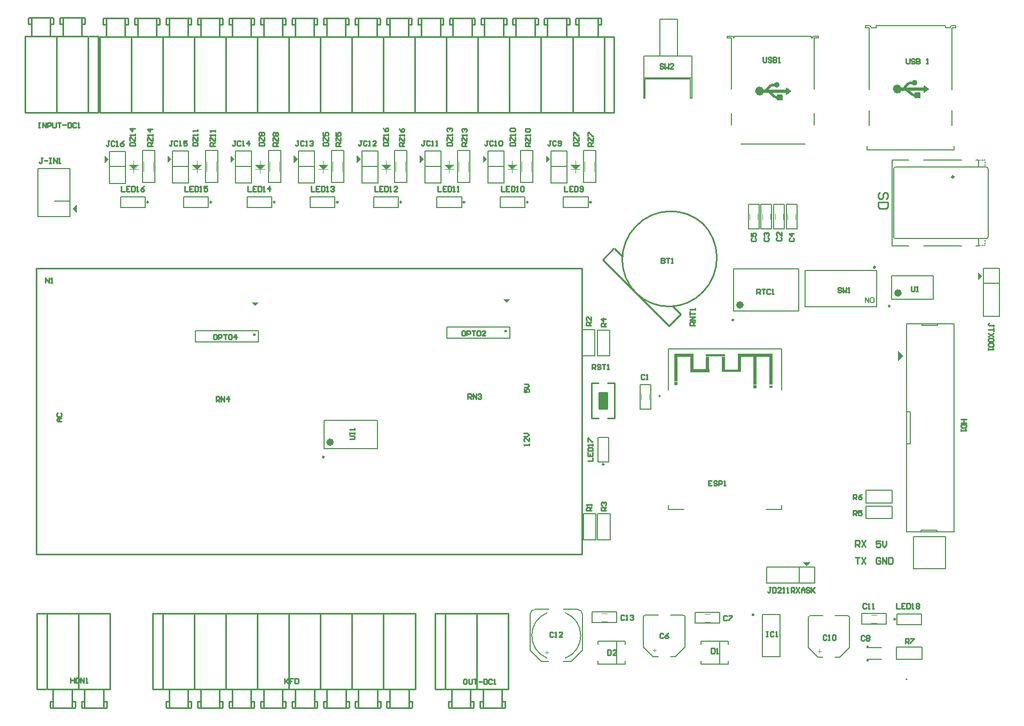
<source format=gto>
G04 Layer_Color=65535*
%FSTAX24Y24*%
%MOIN*%
G70*
G01*
G75*
%ADD41C,0.0100*%
%ADD42C,0.0200*%
%ADD45C,0.0197*%
%ADD67C,0.0236*%
%ADD68C,0.0098*%
%ADD69C,0.0350*%
%ADD70C,0.0150*%
%ADD71C,0.0079*%
%ADD72C,0.0080*%
%ADD73C,0.0059*%
%ADD74C,0.0126*%
%ADD75C,0.0050*%
%ADD76C,0.0070*%
%ADD77C,0.0040*%
%ADD78C,0.0060*%
%ADD79R,0.0500X0.1000*%
%ADD80R,0.0206X0.1760*%
%ADD81R,0.1185X0.0190*%
%ADD82R,0.0205X0.0960*%
%ADD83R,0.1184X0.0190*%
%ADD84R,0.0201X0.0960*%
%ADD85R,0.1185X0.0180*%
%ADD86R,0.0198X0.0960*%
%ADD87R,0.1188X0.0180*%
%ADD88R,0.0190X0.0960*%
%ADD89R,0.2160X0.0190*%
%ADD90R,0.0190X0.1960*%
%ADD91R,0.0190X0.0180*%
%ADD92R,0.0190X0.0190*%
%ADD93R,0.0205X0.0190*%
%ADD94R,0.0190X0.0570*%
G36*
X212906Y17995D02*
X212636Y18022D01*
Y18023D01*
X213186D01*
X212906Y17995D01*
D02*
G37*
G36*
X208967D02*
X208697Y18022D01*
Y18023D01*
X209247D01*
X208967Y17995D01*
D02*
G37*
G36*
X205029D02*
X204759Y18022D01*
Y18023D01*
X205309D01*
X205029Y17995D01*
D02*
G37*
G36*
X224721D02*
X224451Y18022D01*
Y18023D01*
X225001D01*
X224721Y17995D01*
D02*
G37*
G36*
X220783D02*
X220513Y18022D01*
Y18023D01*
X221063D01*
X220783Y17995D01*
D02*
G37*
G36*
X216844D02*
X216574Y18022D01*
Y18023D01*
X217124D01*
X216844Y17995D01*
D02*
G37*
G36*
X20109D02*
X20082Y18022D01*
Y18023D01*
X20137D01*
X20109Y17995D01*
D02*
G37*
G36*
X20867Y17141D02*
X20847Y17161D01*
X20887D01*
X20867Y17141D01*
D02*
G37*
G36*
X24915Y16828D02*
X2488Y16793D01*
Y16863D01*
X24915Y16828D01*
D02*
G37*
G36*
X2431Y15514D02*
X24285Y15539D01*
X24335D01*
X2431Y15514D01*
D02*
G37*
G36*
X19753Y17722D02*
X19728Y17747D01*
X19753Y17772D01*
Y17722D01*
D02*
G37*
G36*
X25407Y17326D02*
X25382Y17301D01*
Y17351D01*
X25407Y17326D01*
D02*
G37*
G36*
X22436Y17163D02*
X22416Y17183D01*
X22456D01*
X22436Y17163D01*
D02*
G37*
G36*
X24157Y184289D02*
X241275D01*
X241275Y184584D01*
X24157Y184584D01*
Y184289D01*
D02*
G37*
G36*
X22708Y18058D02*
X22683Y18033D01*
Y18083D01*
X22708Y18058D01*
D02*
G37*
G36*
X223141D02*
X222891Y18033D01*
Y18083D01*
X223141Y18058D01*
D02*
G37*
G36*
X250702Y18496D02*
X250426Y184763D01*
Y185157D01*
X250702Y18496D01*
D02*
G37*
G36*
X242102Y18483D02*
X241826Y184633D01*
Y185027D01*
X242102Y18483D01*
D02*
G37*
G36*
X25017Y184419D02*
X249875D01*
X249875Y184714D01*
X25017Y184714D01*
Y184419D01*
D02*
G37*
G36*
X219203Y18058D02*
X218953Y18033D01*
Y18083D01*
X219203Y18058D01*
D02*
G37*
G36*
X203449D02*
X203199Y18033D01*
Y18083D01*
X203449Y18058D01*
D02*
G37*
G36*
X19951Y18056D02*
X19926Y18031D01*
Y18081D01*
X19951Y18056D01*
D02*
G37*
G36*
X22866Y17995D02*
X22839Y18022D01*
Y18023D01*
X22894D01*
X22866Y17995D01*
D02*
G37*
G36*
X215264Y18058D02*
X215014Y18033D01*
Y18083D01*
X215264Y18058D01*
D02*
G37*
G36*
X211326D02*
X211076Y18033D01*
Y18083D01*
X211326Y18058D01*
D02*
G37*
G36*
X207387D02*
X207137Y18033D01*
Y18083D01*
X207387Y18058D01*
D02*
G37*
D41*
X22966Y17789D02*
G03*
X22966Y17789I-00005J0D01*
G01*
X236624Y172268D02*
G03*
X236568Y176611I-002199J002144D01*
G01*
X232476Y172184D02*
G03*
X236624Y172268I002032J002116D01*
G01*
X232448Y176388D02*
G03*
X232476Y172184I002116J-002088D01*
G01*
X236679Y176499D02*
G03*
X232448Y176388I-00206J-002171D01*
G01*
X202Y17789D02*
G03*
X202Y17789I-00005J0D01*
G01*
X205951D02*
G03*
X205951Y17789I-00005J0D01*
G01*
X209903D02*
G03*
X209903Y17789I-00005J0D01*
G01*
X213854D02*
G03*
X213854Y17789I-00005J0D01*
G01*
X217806D02*
G03*
X217806Y17789I-00005J0D01*
G01*
X221757D02*
G03*
X221757Y17789I-00005J0D01*
G01*
X225709D02*
G03*
X225709Y17789I-00005J0D01*
G01*
X24865Y15183D02*
G03*
X24865Y15183I-00005J0D01*
G01*
X23045Y16151D02*
G03*
X23045Y16151I-00005J0D01*
G01*
X207044Y146324D02*
X207083Y146284D01*
X208422D01*
X207044Y146324D02*
Y146678D01*
X208422Y146284D02*
X208579D01*
X208619Y146324D01*
Y146678D01*
X207044D02*
X207201D01*
X208422D02*
X208619D01*
X208422Y146284D02*
Y147453D01*
X207241Y146284D02*
X208422D01*
X207241D02*
Y147453D01*
X206847D02*
X208816D01*
X208816Y15219D01*
X206847Y147453D02*
Y15219D01*
Y147503D02*
Y15219D01*
X208816D01*
X204879D02*
X206847D01*
X204879Y147503D02*
X204879Y15219D01*
X20228D02*
X204879D01*
X204879Y147453D02*
X204879Y15219D01*
X206847Y147453D02*
Y15219D01*
X204879Y147453D02*
X206847D01*
X205272Y146284D02*
Y147453D01*
Y146284D02*
X206453Y146284D01*
Y147453D01*
X206453Y146678D02*
X20665D01*
X205075Y146678D02*
X205233Y146678D01*
X20665Y146324D02*
Y146678D01*
X206611Y146284D02*
X20665Y146324D01*
X206453Y146284D02*
X206611Y146284D01*
X205075Y146324D02*
Y146678D01*
X205115Y146284D02*
X206453Y146284D01*
X205075Y146324D02*
X205115Y146284D01*
X203107Y146324D02*
X203146Y146284D01*
X204485D01*
X203107Y146324D02*
Y146678D01*
X204485Y146284D02*
X204642D01*
X204682Y146324D01*
Y146678D01*
X203107Y146678D02*
X203264D01*
X204485D02*
X204682Y146678D01*
X20228Y147466D02*
X202293Y147453D01*
X20228Y147466D02*
X20228Y15219D01*
X204485Y146284D02*
Y147453D01*
X203304Y146284D02*
X204485D01*
X203304D02*
Y147453D01*
X202293D02*
X20286D01*
X20291D02*
X204879D01*
X20291Y147503D02*
Y15219D01*
X208816Y147453D02*
X208816Y15219D01*
X210784D01*
X208816Y147503D02*
X208816Y15219D01*
X208816Y147453D02*
X208816Y15219D01*
X210784Y147453D02*
Y15219D01*
X208816Y147453D02*
X210784D01*
X209209Y146284D02*
Y147453D01*
Y146284D02*
X21039Y146284D01*
Y147453D01*
Y146678D02*
X210587Y146678D01*
X209012Y146678D02*
X20917Y146678D01*
X210587Y146324D02*
Y146678D01*
X210548Y146284D02*
X210587Y146324D01*
X21039Y146284D02*
X210548Y146284D01*
X209012Y146324D02*
Y146678D01*
X209052Y146284D02*
X21039Y146284D01*
X209012Y146324D02*
X209052Y146284D01*
X216886Y146324D02*
X216926Y146284D01*
X218264D01*
X216886Y146324D02*
Y146678D01*
X218264Y146284D02*
X218422D01*
X218461Y146324D01*
Y146678D01*
X216886D02*
X217044Y146678D01*
X218264Y146678D02*
X218461D01*
X218264Y146284D02*
Y147453D01*
X217083Y146284D02*
X218264Y146284D01*
X217083Y146284D02*
Y147453D01*
X21669D02*
X218658D01*
Y15219D01*
X21669Y147453D02*
Y15219D01*
Y147503D02*
Y15219D01*
X218658D01*
X21669Y147453D02*
Y15219D01*
X210784D02*
X210784Y147503D01*
X210784Y147453D02*
X212753D01*
X211178Y146284D02*
Y147453D01*
Y146284D02*
X212359D01*
Y147453D01*
Y146678D02*
X212556D01*
X210981D02*
X211138D01*
X212556Y146324D02*
Y146678D01*
X212516Y146284D02*
X212556Y146324D01*
X212359Y146284D02*
X212516D01*
X210981Y146324D02*
Y146678D01*
X21102Y146284D02*
X212359D01*
X210981Y146324D02*
X21102Y146284D01*
X212949Y146324D02*
X212989Y146284D01*
X214327D01*
X212949Y146324D02*
Y146678D01*
X214327Y146284D02*
X214485D01*
X214524Y146324D01*
Y146678D01*
X212949D02*
X213107Y146678D01*
X214327D02*
X214524Y146678D01*
X214327Y146284D02*
Y147453D01*
X213146Y146284D02*
X214327Y146284D01*
X213146Y146284D02*
Y147453D01*
X212753D02*
X214721D01*
Y15219D01*
X212753Y147453D02*
X212753Y15219D01*
X212753Y147503D02*
X212753Y15219D01*
X214721D01*
X21669D01*
X214721Y147503D02*
Y15219D01*
Y147453D02*
Y15219D01*
X21669Y147453D02*
Y15219D01*
X214721Y147453D02*
X21669D01*
X215115Y146284D02*
Y147453D01*
Y146284D02*
X216296D01*
Y147453D01*
Y146678D02*
X216493D01*
X214918D02*
X215075D01*
X216493Y146324D02*
Y146678D01*
X216453Y146284D02*
X216493Y146324D01*
X216296Y146284D02*
X216453D01*
X214918Y146324D02*
Y146678D01*
X214957Y146284D02*
X216296D01*
X214918Y146324D02*
X214957Y146284D01*
X210784Y15219D02*
X212753D01*
X23067Y1666D02*
X23112D01*
X22966D02*
X23011D01*
X22966Y16438D02*
Y1666D01*
X23112Y16438D02*
Y1666D01*
X23064Y16499D02*
Y16599D01*
X23014Y16499D02*
X23064D01*
X23014D02*
Y16599D01*
X23064D01*
X23067Y16438D02*
X23112D01*
X22966D02*
X23011D01*
X204869Y18348D02*
X206838D01*
X202665Y189386D02*
X202704Y189346D01*
X201326Y189386D02*
X202665D01*
X202704Y188992D02*
Y189346D01*
X201169Y189386D02*
X201326D01*
X201129Y189346D02*
X201169Y189386D01*
X201129Y188992D02*
Y189346D01*
X202547Y188992D02*
X202704Y188992D01*
X201129D02*
X201326Y188992D01*
Y188217D02*
Y189386D01*
X202507Y189386D01*
Y188217D02*
Y189386D01*
X200932Y188217D02*
X202901D01*
X200932Y18348D02*
Y188217D01*
X202901Y18348D02*
Y188217D01*
Y18348D02*
Y188167D01*
X200932Y18348D02*
X202901D01*
X204869D01*
X204869Y188167D02*
X204869Y18348D01*
Y188217D01*
X202901Y18348D02*
Y188217D01*
X204869D01*
X204476D02*
Y189386D01*
X203295D02*
X204476D01*
X203295Y188217D02*
Y189386D01*
X203098Y188992D02*
X203295D01*
X204515D02*
X204673D01*
X203098D02*
Y189346D01*
X203137Y189386D01*
X203295D01*
X204673Y188992D02*
Y189346D01*
X203295Y189386D02*
X204633D01*
X204673Y189346D01*
X206602Y189386D02*
X206641Y189346D01*
X205263Y189386D02*
X206602D01*
X206641Y188992D02*
Y189346D01*
X205106Y189386D02*
X205263D01*
X205066Y189346D02*
X205106Y189386D01*
X205066Y188992D02*
Y189346D01*
X206484Y188992D02*
X206641Y188992D01*
X205066D02*
X205263Y188992D01*
Y188217D02*
Y189386D01*
X206444Y189386D01*
Y188217D02*
Y189386D01*
X204869Y188217D02*
X206838D01*
X206838Y18348D02*
X206838Y188167D01*
X200932Y18348D02*
Y188217D01*
X198964Y18348D02*
X200932D01*
Y188167D01*
Y18348D02*
Y188217D01*
X198964Y18348D02*
Y188217D01*
X200932D01*
X200539D02*
Y189386D01*
X199358D02*
X200539D01*
X199358Y188217D02*
Y189386D01*
X199161Y188992D02*
X199358D01*
X200578D02*
X200736D01*
X199161D02*
Y189346D01*
X1992Y189386D01*
X199358D01*
X200736Y188992D02*
Y189346D01*
X199358Y189386D02*
X200696D01*
X200736Y189346D01*
X206838Y18348D02*
X206838Y188217D01*
X206838Y18348D02*
Y188217D01*
X220617Y18348D02*
X222586D01*
X218413Y189386D02*
X218452Y189346D01*
X217074Y189386D02*
X218413D01*
X218452Y188992D02*
Y189346D01*
X216917Y189386D02*
X217074D01*
X216877Y189346D02*
X216917Y189386D01*
X216877Y188992D02*
Y189346D01*
X218295Y188992D02*
X218452D01*
X216877D02*
X217074D01*
Y188217D02*
Y189386D01*
X218255D01*
Y188217D02*
Y189386D01*
X21668Y188217D02*
X218649D01*
X21668Y18348D02*
Y188217D01*
X218649Y18348D02*
Y188217D01*
Y18348D02*
Y188167D01*
X21668Y18348D02*
X218649D01*
X220617D01*
X220617Y188167D01*
X220617Y18348D02*
X220617Y188217D01*
X218649Y18348D02*
Y188217D01*
X220617D01*
X220224D02*
Y189386D01*
X219043Y189386D02*
X220224Y189386D01*
X219043Y188217D02*
Y189386D01*
X218846Y188992D02*
X219043Y188992D01*
X220263D02*
X220421Y188992D01*
X218846D02*
Y189346D01*
X218885Y189386D01*
X219043D01*
X220421Y188992D02*
Y189346D01*
X219043Y189386D02*
X220381D01*
X220421Y189346D01*
X22235Y189386D02*
X222389Y189346D01*
X221011Y189386D02*
X22235D01*
X222389Y188992D02*
Y189346D01*
X220854Y189386D02*
X221011D01*
X220814Y189346D02*
X220854Y189386D01*
X220814Y188992D02*
Y189346D01*
X222232Y188992D02*
X222389D01*
X220814D02*
X221011D01*
Y188217D02*
Y189386D01*
X222192D01*
Y188217D02*
Y189386D01*
X220617Y188217D02*
X222586D01*
X222586Y188167D02*
X222586Y18348D01*
X21668D02*
Y188217D01*
X214712Y18348D02*
X21668D01*
Y188167D01*
Y18348D02*
Y188217D01*
X214712Y18348D02*
Y188217D01*
X21668D01*
X216287D02*
Y189386D01*
X215106Y189386D02*
X216287Y189386D01*
X215106Y188217D02*
Y189386D01*
X214909Y188992D02*
X215106D01*
X216326Y188992D02*
X216484Y188992D01*
X214909D02*
Y189346D01*
X214948Y189386D01*
X215106D01*
X216484Y188992D02*
Y189346D01*
X215106Y189386D02*
X216444D01*
X216484Y189346D01*
X224318Y189386D02*
X224358Y189346D01*
X22298Y189386D02*
X224318Y189386D01*
X224358Y188992D02*
Y189346D01*
X222822Y189386D02*
X22298Y189386D01*
X222783Y189346D02*
X222822Y189386D01*
X222783Y188992D02*
Y189346D01*
X2242Y188992D02*
X224358Y188992D01*
X222783Y188992D02*
X22298Y188992D01*
Y188217D02*
Y189386D01*
X224161Y189386D01*
Y188217D02*
Y189386D01*
X222586Y188217D02*
X224554D01*
X222586Y18348D02*
Y188217D01*
X224554Y18348D02*
X224554Y188217D01*
X224554Y18348D02*
X224554Y188167D01*
X222586Y18348D02*
X224554D01*
X224554Y188217D01*
X23046Y18348D02*
Y188167D01*
X228491Y188217D02*
X23046D01*
X23051D02*
X231077D01*
X230066D02*
Y189386D01*
X228885D02*
X230066D01*
X228885Y188217D02*
Y189386D01*
X23109Y18348D02*
X23109Y188204D01*
X231077Y188217D02*
X23109Y188204D01*
X228688Y188992D02*
X228885Y188992D01*
X230106D02*
X230263D01*
X228688Y188992D02*
Y189346D01*
X228728Y189386D01*
X228885D01*
X230263Y188992D02*
Y189346D01*
X228885Y189386D02*
X230224D01*
X230263Y189346D01*
X228255Y189386D02*
X228295Y189346D01*
X226917Y189386D02*
X228255Y189386D01*
X228295Y188992D02*
Y189346D01*
X226759Y189386D02*
X226917Y189386D01*
X22672Y189346D02*
X226759Y189386D01*
X22672Y188992D02*
Y189346D01*
X228137Y188992D02*
X228295Y188992D01*
X22672Y188992D02*
X226917D01*
X226917Y188217D02*
Y189386D01*
X228098Y189386D01*
Y188217D02*
Y189386D01*
X226523Y188217D02*
X228491D01*
X226523Y18348D02*
Y188217D01*
X228491Y18348D02*
X228491Y188217D01*
X228491Y18348D02*
X23109D01*
X228491D02*
X228491Y188167D01*
X226523Y18348D02*
X228491D01*
X224554D02*
X226523D01*
Y188167D01*
Y18348D02*
Y188217D01*
X224554Y18348D02*
X224554Y188217D01*
X226523D01*
X226129D02*
Y189386D01*
X224948D02*
X226129D01*
X224948Y188217D02*
Y189386D01*
X224751Y188992D02*
X224948D01*
X226169D02*
X226326D01*
X224751D02*
Y189346D01*
X224791Y189386D01*
X224948D01*
X226326Y188992D02*
Y189346D01*
X224948Y189386D02*
X226287D01*
X226326Y189346D01*
X214712Y18348D02*
X214712Y188217D01*
X20857Y189386D02*
X20861Y189346D01*
X207232Y189386D02*
X20857D01*
X20861Y188992D02*
Y189346D01*
X207074Y189386D02*
X207232D01*
X207035Y189346D02*
X207074Y189386D01*
X207035Y188992D02*
Y189346D01*
X208452Y188992D02*
X20861D01*
X207035D02*
X207232D01*
Y188217D02*
Y189386D01*
X208413D01*
Y188217D02*
Y189386D01*
X206838Y188217D02*
X208806D01*
X206838Y18348D02*
X206838Y188217D01*
X208806Y18348D02*
Y188217D01*
X208806Y188167D02*
X208806Y18348D01*
X206838D02*
X208806D01*
Y188217D01*
X214712Y18348D02*
X214712Y188167D01*
X212743Y188217D02*
X214712D01*
X214318D02*
Y189386D01*
X213137Y189386D02*
X214318Y189386D01*
X213137Y188217D02*
Y189386D01*
X21294Y188992D02*
X213137D01*
X214358D02*
X214515Y188992D01*
X21294Y188992D02*
Y189346D01*
X21298Y189386D01*
X213137Y189386D01*
X214515Y188992D02*
Y189346D01*
X213137Y189386D02*
X214476Y189386D01*
X214515Y189346D01*
X212507Y189386D02*
X212547Y189346D01*
X211169Y189386D02*
X212507D01*
X212547Y188992D02*
Y189346D01*
X211011Y189386D02*
X211169D01*
X210972Y189346D02*
X211011Y189386D01*
X210972Y188992D02*
Y189346D01*
X212389Y188992D02*
X212547D01*
X210972D02*
X211169D01*
Y188217D02*
Y189386D01*
X21235D01*
Y188217D02*
Y189386D01*
X210775Y188217D02*
X212743D01*
X210775Y18348D02*
X210775Y188217D01*
X212743Y18348D02*
Y188217D01*
Y18348D02*
Y188167D01*
X210775Y18348D02*
X212743D01*
X208806D02*
X210775D01*
X210775Y188167D01*
X210775Y18348D02*
X210775Y188217D01*
X208806Y18348D02*
Y188217D01*
X210775D01*
X210381D02*
Y189386D01*
X2092Y189386D02*
X210381Y189386D01*
X2092Y188217D02*
Y189386D01*
X209003Y188992D02*
X2092Y188992D01*
X210421Y188992D02*
X210578Y188992D01*
X209003Y188992D02*
Y189346D01*
X209043Y189386D01*
X2092Y189386D01*
X210578Y188992D02*
Y189346D01*
X2092Y189386D02*
X210539Y189386D01*
X210578Y189346D01*
X212743Y18348D02*
X214712D01*
X197629Y15219D02*
X199597D01*
X197628Y147503D02*
X197629Y15219D01*
X19503D02*
X197629D01*
X197628Y147453D02*
X197629Y15219D01*
X199597Y147453D02*
Y15219D01*
X197628Y147453D02*
X199597D01*
X198022Y146284D02*
Y147453D01*
Y146284D02*
X199203Y146284D01*
Y147453D01*
X199203Y146678D02*
X1994D01*
X197825Y146678D02*
X197983Y146678D01*
X1994Y146324D02*
Y146678D01*
X199361Y146284D02*
X1994Y146324D01*
X199203Y146284D02*
X199361Y146284D01*
X197825Y146324D02*
Y146678D01*
X197865Y146284D02*
X199203Y146284D01*
X197825Y146324D02*
X197865Y146284D01*
X195857Y146324D02*
X195896Y146284D01*
X197235D01*
X195857Y146324D02*
Y146678D01*
X197235Y146284D02*
X197392D01*
X197432Y146324D01*
Y146678D01*
X195857Y146678D02*
X196014D01*
X197235D02*
X197432Y146678D01*
X19503Y147466D02*
X195043Y147453D01*
X19503Y147466D02*
X19503Y15219D01*
X197235Y146284D02*
Y147453D01*
X196054Y146284D02*
X197235D01*
X196054D02*
Y147453D01*
X195043D02*
X19561D01*
X19566D02*
X197628D01*
X19566Y147503D02*
Y15219D01*
X23036Y1743D02*
X231056Y174996D01*
X231112D02*
X231585Y174523D01*
X234731Y171377D02*
X235232Y170876D01*
X234508Y170152D02*
X235232Y170876D01*
X234536Y17018D02*
X235204Y170848D01*
X234508Y170152D02*
X234564Y170208D01*
X23036Y1743D02*
X234508Y170152D01*
X24931Y14808D02*
X24933Y1481D01*
X194313Y1835D02*
X196282D01*
X196282Y188187D01*
X196282Y1835D02*
X19888D01*
X196282D02*
X196282Y188237D01*
X194313Y1835D02*
Y188237D01*
X196282D01*
X195888D02*
Y189406D01*
X194707Y189406D02*
X195888Y189406D01*
X194707Y188237D02*
Y189406D01*
X19451Y189012D02*
X194707D01*
X195927D02*
X196085Y189012D01*
X19451Y189012D02*
Y189366D01*
X194549Y189406D01*
X194707Y189406D01*
X196085Y189012D02*
Y189366D01*
X194707Y189406D02*
X196045Y189406D01*
X196085Y189366D01*
X198014Y189406D02*
X198053Y189366D01*
X196675Y189406D02*
X198014D01*
X198053Y189012D02*
Y189366D01*
X196518Y189406D02*
X196675D01*
X196478Y189366D02*
X196518Y189406D01*
X196478Y189012D02*
Y189366D01*
X197896Y189012D02*
X198053D01*
X196478Y189012D02*
X196675Y189012D01*
X198867Y188237D02*
X19888Y188224D01*
X19888Y1835D02*
X19888Y188224D01*
X196675Y188237D02*
Y189406D01*
X197856D01*
Y188237D02*
Y189406D01*
X1983Y188237D02*
X198867D01*
X196282D02*
X19825D01*
Y1835D02*
Y188187D01*
X222509Y15219D02*
X224477D01*
X222509Y147503D02*
Y15219D01*
X21991D02*
X222509D01*
Y147453D02*
Y15219D01*
X224477Y147453D02*
Y15219D01*
X222509Y147453D02*
X224477D01*
X222902Y146284D02*
Y147453D01*
Y146284D02*
X224083D01*
Y147453D01*
Y146678D02*
X22428D01*
X222705D02*
X222863D01*
X22428Y146324D02*
Y146678D01*
X224241Y146284D02*
X22428Y146324D01*
X224083Y146284D02*
X224241D01*
X222705Y146324D02*
Y146678D01*
X222745Y146284D02*
X224083D01*
X222705Y146324D02*
X222745Y146284D01*
X220737Y146324D02*
X220776Y146284D01*
X222115D01*
X220737Y146324D02*
Y146678D01*
X222115Y146284D02*
X222272D01*
X222312Y146324D01*
Y146678D01*
X220737D02*
X220894D01*
X222115D02*
X222312D01*
X21991Y147466D02*
X219923Y147453D01*
X21991Y147466D02*
Y15219D01*
X222115Y146284D02*
Y147453D01*
X220934Y146284D02*
X222115D01*
X220934D02*
Y147453D01*
X219923D02*
X22049D01*
X22054D02*
X222509D01*
X22054Y147503D02*
Y15219D01*
X19501Y173754D02*
X229065D01*
Y15588D02*
Y173754D01*
X19501Y15588D02*
X229065D01*
X19501D02*
Y173754D01*
X253065Y16431D02*
X25275D01*
X252907D01*
Y1641D01*
X253065D01*
X25275D01*
X253065Y163995D02*
X25275D01*
Y163838D01*
X252802Y163785D01*
X253012D01*
X253065Y163838D01*
Y163995D01*
X25275Y16368D02*
Y163575D01*
Y163628D01*
X253065D01*
X253012Y16368D01*
X23402Y174395D02*
Y17408D01*
X234177D01*
X23423Y174132D01*
Y174185D01*
X234177Y174237D01*
X23402D01*
X234177D01*
X23423Y17429D01*
Y174342D01*
X234177Y174395D01*
X23402D01*
X234335D02*
X234545D01*
X23444D01*
Y17408D01*
X23465D02*
X234755D01*
X234702D01*
Y174395D01*
X23465Y174342D01*
X23298Y167072D02*
X232927Y167125D01*
X232822D01*
X23277Y167072D01*
Y166862D01*
X232822Y16681D01*
X232927D01*
X23298Y166862D01*
X233085Y16681D02*
X23319D01*
X233137D01*
Y167125D01*
X233085Y167072D01*
X241268Y17569D02*
X241215Y175637D01*
Y175532D01*
X241268Y17548D01*
X241478D01*
X24153Y175532D01*
Y175637D01*
X241478Y17569D01*
X24153Y176005D02*
Y175795D01*
X24132Y176005D01*
X241268D01*
X241215Y175952D01*
Y175847D01*
X241268Y175795D01*
X240478Y17567D02*
X240425Y175617D01*
Y175512D01*
X240478Y17546D01*
X240688D01*
X24074Y175512D01*
Y175617D01*
X240688Y17567D01*
X240478Y175775D02*
X240425Y175827D01*
Y175932D01*
X240478Y175985D01*
X24053D01*
X240583Y175932D01*
Y17588D01*
Y175932D01*
X240635Y175985D01*
X240688D01*
X24074Y175932D01*
Y175827D01*
X240688Y175775D01*
X242058Y17565D02*
X242005Y175597D01*
Y175492D01*
X242058Y17544D01*
X242268D01*
X24232Y175492D01*
Y175597D01*
X242268Y17565D01*
X24232Y175912D02*
X242005D01*
X242163Y175755D01*
Y175965D01*
X239678Y17565D02*
X239625Y175597D01*
Y175492D01*
X239678Y17544D01*
X239888D01*
X23994Y175492D01*
Y175597D01*
X239888Y17565D01*
X239625Y175965D02*
Y175755D01*
X239783D01*
X23973Y17586D01*
Y175912D01*
X239783Y175965D01*
X239888D01*
X23994Y175912D01*
Y175807D01*
X239888Y175755D01*
X22727Y150972D02*
X227217Y151025D01*
X227112D01*
X22706Y150972D01*
Y150762D01*
X227112Y15071D01*
X227217D01*
X22727Y150762D01*
X227375Y15071D02*
X22748D01*
X227427D01*
Y151025D01*
X227375Y150972D01*
X227847Y15071D02*
X227637D01*
X227847Y15092D01*
Y150972D01*
X227795Y151025D01*
X22769D01*
X227637Y150972D01*
X23171Y152042D02*
X231657Y152095D01*
X231552D01*
X2315Y152042D01*
Y151832D01*
X231552Y15178D01*
X231657D01*
X23171Y151832D01*
X231815Y15178D02*
X23192D01*
X231867D01*
Y152095D01*
X231815Y152042D01*
X232077D02*
X23213Y152095D01*
X232235D01*
X232287Y152042D01*
Y15199D01*
X232235Y151937D01*
X232182D01*
X232235D01*
X232287Y151885D01*
Y151832D01*
X232235Y15178D01*
X23213D01*
X232077Y151832D01*
X24671Y150752D02*
X246657Y150805D01*
X246552D01*
X2465Y150752D01*
Y150542D01*
X246552Y15049D01*
X246657D01*
X24671Y150542D01*
X246815Y150752D02*
X246867Y150805D01*
X246972D01*
X247025Y150752D01*
Y1507D01*
X246972Y150647D01*
X247025Y150595D01*
Y150542D01*
X246972Y15049D01*
X246867D01*
X246815Y150542D01*
Y150595D01*
X246867Y150647D01*
X246815Y1507D01*
Y150752D01*
X246867Y150647D02*
X246972D01*
X24434Y150792D02*
X244287Y150845D01*
X244182D01*
X24413Y150792D01*
Y150582D01*
X244182Y15053D01*
X244287D01*
X24434Y150582D01*
X244445Y15053D02*
X24455D01*
X244497D01*
Y150845D01*
X244445Y150792D01*
X244707D02*
X24476Y150845D01*
X244865D01*
X244917Y150792D01*
Y150582D01*
X244865Y15053D01*
X24476D01*
X244707Y150582D01*
Y150792D01*
X24683Y152762D02*
X246777Y152815D01*
X246672D01*
X24662Y152762D01*
Y152552D01*
X246672Y1525D01*
X246777D01*
X24683Y152552D01*
X246935Y1525D02*
X24704D01*
X246987D01*
Y152815D01*
X246935Y152762D01*
X247197Y1525D02*
X247302D01*
X24725D01*
Y152815D01*
X247197Y152762D01*
X23415Y150902D02*
X234097Y150955D01*
X233992D01*
X23394Y150902D01*
Y150692D01*
X233992Y15064D01*
X234097D01*
X23415Y150692D01*
X234465Y150955D02*
X23436Y150902D01*
X234255Y150797D01*
Y150692D01*
X234307Y15064D01*
X234412D01*
X234465Y150692D01*
Y150745D01*
X234412Y150797D01*
X234255D01*
X23813Y152012D02*
X238077Y152065D01*
X237972D01*
X23792Y152012D01*
Y151802D01*
X237972Y15175D01*
X238077D01*
X23813Y151802D01*
X238235Y152065D02*
X238445D01*
Y152012D01*
X238235Y151802D01*
Y15175D01*
X23068Y149915D02*
Y1496D01*
X230837D01*
X23089Y149652D01*
Y149862D01*
X230837Y149915D01*
X23068D01*
X231205Y1496D02*
X230995D01*
X231205Y14981D01*
Y149862D01*
X231152Y149915D01*
X231047D01*
X230995Y149862D01*
X23715Y150005D02*
Y14969D01*
X237307D01*
X23736Y149742D01*
Y149952D01*
X237307Y150005D01*
X23715D01*
X237465Y14969D02*
X23757D01*
X237517D01*
Y150005D01*
X237465Y149952D01*
X228548Y18142D02*
X228863D01*
Y181577D01*
X228811Y18163D01*
X228601D01*
X228548Y181577D01*
Y18142D01*
Y181735D02*
Y181945D01*
X228601D01*
X228811Y181735D01*
X228863D01*
Y181945D01*
X228548Y18205D02*
Y18226D01*
X228601D01*
X228811Y18205D01*
X228863D01*
X224577Y18142D02*
X224891D01*
Y181577D01*
X224839Y18163D01*
X224629D01*
X224577Y181577D01*
Y18142D01*
Y181735D02*
Y181945D01*
X224629D01*
X224839Y181735D01*
X224891D01*
Y181945D01*
Y18205D02*
Y182155D01*
Y182102D01*
X224577D01*
X224629Y18205D01*
Y182312D02*
X224577Y182365D01*
Y18247D01*
X224629Y182522D01*
X224839D01*
X224891Y18247D01*
Y182365D01*
X224839Y182312D01*
X224629D01*
X220645Y18142D02*
X22096D01*
Y181577D01*
X220907Y18163D01*
X220697D01*
X220645Y181577D01*
Y18142D01*
Y181735D02*
Y181945D01*
X220697D01*
X220907Y181735D01*
X22096D01*
Y181945D01*
Y18205D02*
Y182155D01*
Y182102D01*
X220645D01*
X220697Y18205D01*
Y182312D02*
X220645Y182365D01*
Y18247D01*
X220697Y182522D01*
X22075D01*
X220802Y18247D01*
Y182417D01*
Y18247D01*
X220855Y182522D01*
X220907D01*
X22096Y18247D01*
Y182365D01*
X220907Y182312D01*
X216663Y18142D02*
X216978D01*
Y181577D01*
X216925Y18163D01*
X216715D01*
X216663Y181577D01*
Y18142D01*
Y181735D02*
Y181945D01*
X216715D01*
X216925Y181735D01*
X216978D01*
Y181945D01*
Y18205D02*
Y182155D01*
Y182102D01*
X216663D01*
X216715Y18205D01*
X216663Y182522D02*
X216715Y182417D01*
X21682Y182312D01*
X216925D01*
X216978Y182365D01*
Y18247D01*
X216925Y182522D01*
X216873D01*
X21682Y18247D01*
Y182312D01*
X212921Y18142D02*
X213236D01*
Y181577D01*
X213183Y18163D01*
X212973D01*
X212921Y181577D01*
Y18142D01*
Y181735D02*
Y181945D01*
X212973D01*
X213183Y181735D01*
X213236D01*
Y181945D01*
X212921Y18226D02*
Y18205D01*
X213078D01*
X213026Y182155D01*
Y182207D01*
X213078Y18226D01*
X213183D01*
X213236Y182207D01*
Y182102D01*
X213183Y18205D01*
X208919Y18142D02*
X209234D01*
Y181577D01*
X209181Y18163D01*
X208971D01*
X208919Y181577D01*
Y18142D01*
Y181735D02*
Y181945D01*
X208971D01*
X209181Y181735D01*
X209234D01*
Y181945D01*
X208971Y18205D02*
X208919Y182102D01*
Y182207D01*
X208971Y18226D01*
X209024D01*
X209076Y182207D01*
X209129Y18226D01*
X209181D01*
X209234Y182207D01*
Y182102D01*
X209181Y18205D01*
X209129D01*
X209076Y182102D01*
X209024Y18205D01*
X208971D01*
X209076Y182102D02*
Y182207D01*
X204767Y18142D02*
X205082D01*
Y181577D01*
X205029Y18163D01*
X20482D01*
X204767Y181577D01*
Y18142D01*
Y181735D02*
Y181945D01*
X20482D01*
X205029Y181735D01*
X205082D01*
Y181945D01*
Y18205D02*
Y182155D01*
Y182102D01*
X204767D01*
X20482Y18205D01*
X205082Y182312D02*
Y182417D01*
Y182365D01*
X204767D01*
X20482Y182312D01*
X200845Y18142D02*
X20116D01*
Y181577D01*
X201108Y18163D01*
X200898D01*
X200845Y181577D01*
Y18142D01*
Y181735D02*
Y181945D01*
X200898D01*
X201108Y181735D01*
X20116D01*
Y181945D01*
Y18205D02*
Y182155D01*
Y182102D01*
X200845D01*
X200898Y18205D01*
X20116Y18247D02*
X200845D01*
X201003Y182312D01*
Y182522D01*
X23719Y160485D02*
X23698D01*
Y16017D01*
X23719D01*
X23698Y160327D02*
X237085D01*
X237505Y160432D02*
X237452Y160485D01*
X237347D01*
X237295Y160432D01*
Y16038D01*
X237347Y160327D01*
X237452D01*
X237505Y160275D01*
Y160222D01*
X237452Y16017D01*
X237347D01*
X237295Y160222D01*
X23761Y16017D02*
Y160485D01*
X237767D01*
X23782Y160432D01*
Y160327D01*
X237767Y160275D01*
X23761D01*
X237925Y16017D02*
X23803D01*
X237977D01*
Y160485D01*
X237925Y160432D01*
X19715Y148165D02*
Y14785D01*
Y148007D01*
X19736D01*
Y148165D01*
Y14785D01*
X197465Y148165D02*
Y14785D01*
X197622D01*
X197675Y147902D01*
Y148112D01*
X197622Y148165D01*
X197465D01*
X19778Y14785D02*
Y148165D01*
X19799Y14785D01*
Y148165D01*
X198095Y14785D02*
X1982D01*
X198147D01*
Y148165D01*
X198095Y148112D01*
X24058Y151065D02*
X240685D01*
X240632D01*
Y15075D01*
X24058D01*
X240685D01*
X241052Y151012D02*
X241Y151065D01*
X240895D01*
X240842Y151012D01*
Y150802D01*
X240895Y15075D01*
X241D01*
X241052Y150802D01*
X241157Y15075D02*
X241262D01*
X24121D01*
Y151065D01*
X241157Y151012D01*
X19513Y182865D02*
X195235D01*
X195182D01*
Y18255D01*
X19513D01*
X195235D01*
X195392D02*
Y182865D01*
X195602Y18255D01*
Y182865D01*
X195707Y18255D02*
Y182865D01*
X195865D01*
X195917Y182812D01*
Y182707D01*
X195865Y182655D01*
X195707D01*
X196022Y182865D02*
Y182602D01*
X196075Y18255D01*
X19618D01*
X196232Y182602D01*
Y182865D01*
X196337D02*
X196547D01*
X196442D01*
Y18255D01*
X196652Y182707D02*
X196862D01*
X196967Y182865D02*
Y18255D01*
X197124D01*
X197177Y182602D01*
Y182812D01*
X197124Y182865D01*
X196967D01*
X197491Y182812D02*
X197439Y182865D01*
X197334D01*
X197282Y182812D01*
Y182602D01*
X197334Y18255D01*
X197439D01*
X197491Y182602D01*
X197596Y18255D02*
X197701D01*
X197649D01*
Y182865D01*
X197596Y182812D01*
X1954Y180645D02*
X195295D01*
X195347D01*
Y180382D01*
X195295Y18033D01*
X195242D01*
X19519Y180382D01*
X195505Y180487D02*
X195715D01*
X19582Y180645D02*
X195925D01*
X195872D01*
Y18033D01*
X19582D01*
X195925D01*
X196082D02*
Y180645D01*
X196292Y18033D01*
Y180645D01*
X196397Y18033D02*
X196502D01*
X196449D01*
Y180645D01*
X196397Y180592D01*
X22798Y178875D02*
Y17856D01*
X22819D01*
X228505Y178875D02*
X228295D01*
Y17856D01*
X228505D01*
X228295Y178717D02*
X2284D01*
X22861Y178875D02*
Y17856D01*
X228767D01*
X22882Y178612D01*
Y178822D01*
X228767Y178875D01*
X22861D01*
X228925Y178612D02*
X228977Y17856D01*
X229082D01*
X229134Y178612D01*
Y178822D01*
X229082Y178875D01*
X228977D01*
X228925Y178822D01*
Y17877D01*
X228977Y178717D01*
X229134D01*
X224029Y178875D02*
Y17856D01*
X224238D01*
X224553Y178875D02*
X224343D01*
Y17856D01*
X224553D01*
X224343Y178717D02*
X224448D01*
X224658Y178875D02*
Y17856D01*
X224816D01*
X224868Y178612D01*
Y178822D01*
X224816Y178875D01*
X224658D01*
X224973Y17856D02*
X225078D01*
X225026D01*
Y178875D01*
X224973Y178822D01*
X225236D02*
X225288Y178875D01*
X225393D01*
X225445Y178822D01*
Y178612D01*
X225393Y17856D01*
X225288D01*
X225236Y178612D01*
Y178822D01*
X220077Y178875D02*
Y17856D01*
X220287D01*
X220602Y178875D02*
X220392D01*
Y17856D01*
X220602D01*
X220392Y178717D02*
X220497D01*
X220707Y178875D02*
Y17856D01*
X220864D01*
X220917Y178612D01*
Y178822D01*
X220864Y178875D01*
X220707D01*
X221022Y17856D02*
X221127D01*
X221074D01*
Y178875D01*
X221022Y178822D01*
X221284Y17856D02*
X221389D01*
X221337D01*
Y178875D01*
X221284Y178822D01*
X216126Y178875D02*
Y17856D01*
X216336D01*
X21665Y178875D02*
X216441D01*
Y17856D01*
X21665D01*
X216441Y178717D02*
X216546D01*
X216755Y178875D02*
Y17856D01*
X216913D01*
X216965Y178612D01*
Y178822D01*
X216913Y178875D01*
X216755D01*
X21707Y17856D02*
X217175D01*
X217123D01*
Y178875D01*
X21707Y178822D01*
X217543Y17856D02*
X217333D01*
X217543Y17877D01*
Y178822D01*
X21749Y178875D01*
X217385D01*
X217333Y178822D01*
X212174Y178875D02*
Y17856D01*
X212384D01*
X212699Y178875D02*
X212489D01*
Y17856D01*
X212699D01*
X212489Y178717D02*
X212594D01*
X212804Y178875D02*
Y17856D01*
X212961D01*
X213014Y178612D01*
Y178822D01*
X212961Y178875D01*
X212804D01*
X213119Y17856D02*
X213224D01*
X213171D01*
Y178875D01*
X213119Y178822D01*
X213381D02*
X213434Y178875D01*
X213539D01*
X213591Y178822D01*
Y17877D01*
X213539Y178717D01*
X213486D01*
X213539D01*
X213591Y178665D01*
Y178612D01*
X213539Y17856D01*
X213434D01*
X213381Y178612D01*
X208223Y178875D02*
Y17856D01*
X208433D01*
X208748Y178875D02*
X208538D01*
Y17856D01*
X208748D01*
X208538Y178717D02*
X208643D01*
X208853Y178875D02*
Y17856D01*
X20901D01*
X209062Y178612D01*
Y178822D01*
X20901Y178875D01*
X208853D01*
X209167Y17856D02*
X209272D01*
X20922D01*
Y178875D01*
X209167Y178822D01*
X209587Y17856D02*
Y178875D01*
X20943Y178717D01*
X20964D01*
X204271Y178875D02*
Y17856D01*
X204481D01*
X204796Y178875D02*
X204586D01*
Y17856D01*
X204796D01*
X204586Y178717D02*
X204691D01*
X204901Y178875D02*
Y17856D01*
X205059D01*
X205111Y178612D01*
Y178822D01*
X205059Y178875D01*
X204901D01*
X205216Y17856D02*
X205321D01*
X205268D01*
Y178875D01*
X205216Y178822D01*
X205688Y178875D02*
X205478D01*
Y178717D01*
X205583Y17877D01*
X205636D01*
X205688Y178717D01*
Y178612D01*
X205636Y17856D01*
X205531D01*
X205478Y178612D01*
X20032Y178875D02*
Y17856D01*
X20053D01*
X200845Y178875D02*
X200635D01*
Y17856D01*
X200845D01*
X200635Y178717D02*
X20074D01*
X20095Y178875D02*
Y17856D01*
X201107D01*
X20116Y178612D01*
Y178822D01*
X201107Y178875D01*
X20095D01*
X201265Y17856D02*
X20137D01*
X201317D01*
Y178875D01*
X201265Y178822D01*
X201737Y178875D02*
X201632Y178822D01*
X201527Y178717D01*
Y178612D01*
X201579Y17856D01*
X201684D01*
X201737Y178612D01*
Y178665D01*
X201684Y178717D01*
X201527D01*
X229425Y16172D02*
X22974D01*
Y16193D01*
X229425Y162245D02*
Y162035D01*
X22974D01*
Y162245D01*
X229583Y162035D02*
Y16214D01*
X229425Y16235D02*
X22974D01*
Y162507D01*
X229688Y16256D01*
X229478D01*
X229425Y162507D01*
Y16235D01*
X22974Y162665D02*
Y16277D01*
Y162717D01*
X229425D01*
X229478Y162665D01*
X229425Y162927D02*
Y163137D01*
X229478D01*
X229688Y162927D01*
X22974D01*
X24872Y152805D02*
Y15249D01*
X24893D01*
X249245Y152805D02*
X249035D01*
Y15249D01*
X249245D01*
X249035Y152647D02*
X24914D01*
X24935Y152805D02*
Y15249D01*
X249507D01*
X24956Y152542D01*
Y152752D01*
X249507Y152805D01*
X24935D01*
X249665Y15249D02*
X24977D01*
X249717D01*
Y152805D01*
X249665Y152752D01*
X249927D02*
X249979Y152805D01*
X250084D01*
X250137Y152752D01*
Y1527D01*
X250084Y152647D01*
X250137Y152595D01*
Y152542D01*
X250084Y15249D01*
X249979D01*
X249927Y152542D01*
Y152595D01*
X249979Y152647D01*
X249927Y1527D01*
Y152752D01*
X249979Y152647D02*
X250084D01*
X221727Y169855D02*
X221622D01*
X22157Y169802D01*
Y169592D01*
X221622Y16954D01*
X221727D01*
X22178Y169592D01*
Y169802D01*
X221727Y169855D01*
X221885Y16954D02*
Y169855D01*
X222042D01*
X222095Y169802D01*
Y169697D01*
X222042Y169645D01*
X221885D01*
X2222Y169855D02*
X22241D01*
X222305D01*
Y16954D01*
X222672Y169855D02*
X222567D01*
X222515Y169802D01*
Y169592D01*
X222567Y16954D01*
X222672D01*
X222724Y169592D01*
Y169802D01*
X222672Y169855D01*
X223039Y16954D02*
X222829D01*
X223039Y16975D01*
Y169802D01*
X222987Y169855D01*
X222882D01*
X222829Y169802D01*
X206217Y169625D02*
X206112D01*
X20606Y169572D01*
Y169362D01*
X206112Y16931D01*
X206217D01*
X20627Y169362D01*
Y169572D01*
X206217Y169625D01*
X206375Y16931D02*
Y169625D01*
X206532D01*
X206585Y169572D01*
Y169467D01*
X206532Y169415D01*
X206375D01*
X20669Y169625D02*
X2069D01*
X206795D01*
Y16931D01*
X207162Y169625D02*
X207057D01*
X207005Y169572D01*
Y169362D01*
X207057Y16931D01*
X207162D01*
X207214Y169362D01*
Y169572D01*
X207162Y169625D01*
X207477Y16931D02*
Y169625D01*
X207319Y169467D01*
X207529D01*
X22967Y15861D02*
X229355D01*
Y158767D01*
X229408Y15882D01*
X229513D01*
X229565Y158767D01*
Y15861D01*
Y158715D02*
X22967Y15882D01*
Y158925D02*
Y15903D01*
Y158977D01*
X229355D01*
X229408Y158925D01*
X22964Y17018D02*
X229325D01*
Y170337D01*
X229378Y17039D01*
X229483D01*
X229535Y170337D01*
Y17018D01*
Y170285D02*
X22964Y17039D01*
Y170705D02*
Y170495D01*
X22943Y170705D01*
X229378D01*
X229325Y170652D01*
Y170547D01*
X229378Y170495D01*
X246Y15831D02*
Y158625D01*
X246157D01*
X24621Y158572D01*
Y158467D01*
X246157Y158415D01*
X246D01*
X246105D02*
X24621Y15831D01*
X246525Y158625D02*
X246315D01*
Y158467D01*
X24642Y15852D01*
X246472D01*
X246525Y158467D01*
Y158362D01*
X246472Y15831D01*
X246367D01*
X246315Y158362D01*
X24601Y15932D02*
Y159635D01*
X246167D01*
X24622Y159582D01*
Y159477D01*
X246167Y159425D01*
X24601D01*
X246115D02*
X24622Y15932D01*
X246535Y159635D02*
X24643Y159582D01*
X246325Y159477D01*
Y159372D01*
X246377Y15932D01*
X246482D01*
X246535Y159372D01*
Y159425D01*
X246482Y159477D01*
X246325D01*
X23058Y17012D02*
X230265D01*
Y170277D01*
X230318Y17033D01*
X230423D01*
X230475Y170277D01*
Y17012D01*
Y170225D02*
X23058Y17033D01*
Y170592D02*
X230265D01*
X230423Y170435D01*
Y170645D01*
X23059Y15862D02*
X230275D01*
Y158777D01*
X230328Y15883D01*
X230433D01*
X230485Y158777D01*
Y15862D01*
Y158725D02*
X23059Y15883D01*
X230328Y158935D02*
X230275Y158987D01*
Y159092D01*
X230328Y159145D01*
X23038D01*
X230433Y159092D01*
Y15904D01*
Y159092D01*
X230485Y159145D01*
X230538D01*
X23059Y159092D01*
Y158987D01*
X230538Y158935D01*
X24927Y15032D02*
Y150635D01*
X249427D01*
X24948Y150582D01*
Y150477D01*
X249427Y150425D01*
X24927D01*
X249375D02*
X24948Y15032D01*
X249585Y150635D02*
X249795D01*
Y150582D01*
X249585Y150372D01*
Y15032D01*
X23613Y1702D02*
X235815D01*
Y170357D01*
X235868Y17041D01*
X235973D01*
X236025Y170357D01*
Y1702D01*
Y170305D02*
X23613Y17041D01*
Y170515D02*
X235815D01*
X23613Y170725D01*
X235815D01*
Y17083D02*
Y17104D01*
Y170935D01*
X23613D01*
Y171145D02*
Y17125D01*
Y171197D01*
X235815D01*
X235868Y171145D01*
X22971Y16744D02*
Y167755D01*
X229867D01*
X22992Y167702D01*
Y167597D01*
X229867Y167545D01*
X22971D01*
X229815D02*
X22992Y16744D01*
X230235Y167702D02*
X230182Y167755D01*
X230077D01*
X230025Y167702D01*
Y16765D01*
X230077Y167597D01*
X230182D01*
X230235Y167545D01*
Y167492D01*
X230182Y16744D01*
X230077D01*
X230025Y167492D01*
X23034Y167755D02*
X23055D01*
X230445D01*
Y16744D01*
X230655D02*
X23076D01*
X230707D01*
Y167755D01*
X230655Y167702D01*
X23999Y17215D02*
Y172465D01*
X240147D01*
X2402Y172412D01*
Y172307D01*
X240147Y172255D01*
X23999D01*
X240095D02*
X2402Y17215D01*
X240305Y172465D02*
X240515D01*
X24041D01*
Y17215D01*
X24083Y172412D02*
X240777Y172465D01*
X240672D01*
X24062Y172412D01*
Y172202D01*
X240672Y17215D01*
X240777D01*
X24083Y172202D01*
X240935Y17215D02*
X24104D01*
X240987D01*
Y172465D01*
X240935Y172412D01*
X22976Y1814D02*
X229445D01*
Y181557D01*
X229498Y18161D01*
X229603D01*
X229655Y181557D01*
Y1814D01*
Y181505D02*
X22976Y18161D01*
X229445Y181715D02*
Y181925D01*
X229498D01*
X229708Y181715D01*
X22976D01*
Y181925D01*
X229445Y18203D02*
Y18224D01*
X229498D01*
X229708Y18203D01*
X22976D01*
X225839Y1814D02*
X225524D01*
Y181557D01*
X225576Y18161D01*
X225681D01*
X225734Y181557D01*
Y1814D01*
Y181505D02*
X225839Y18161D01*
X225524Y181715D02*
Y181925D01*
X225576D01*
X225786Y181715D01*
X225839D01*
Y181925D01*
Y18203D02*
Y182135D01*
Y182082D01*
X225524D01*
X225576Y18203D01*
Y182292D02*
X225524Y182345D01*
Y18245D01*
X225576Y182502D01*
X225786D01*
X225839Y18245D01*
Y182345D01*
X225786Y182292D01*
X225576D01*
X221887Y1814D02*
X221572D01*
Y181557D01*
X221625Y18161D01*
X22173D01*
X221782Y181557D01*
Y1814D01*
Y181505D02*
X221887Y18161D01*
X221572Y181715D02*
Y181925D01*
X221625D01*
X221835Y181715D01*
X221887D01*
Y181925D01*
Y18203D02*
Y182135D01*
Y182082D01*
X221572D01*
X221625Y18203D01*
Y182292D02*
X221572Y182345D01*
Y18245D01*
X221625Y182502D01*
X221677D01*
X22173Y18245D01*
Y182397D01*
Y18245D01*
X221782Y182502D01*
X221835D01*
X221887Y18245D01*
Y182345D01*
X221835Y182292D01*
X217976Y1814D02*
X217661D01*
Y181557D01*
X217713Y18161D01*
X217818D01*
X217871Y181557D01*
Y1814D01*
Y181505D02*
X217976Y18161D01*
X217661Y181715D02*
Y181925D01*
X217713D01*
X217923Y181715D01*
X217976D01*
Y181925D01*
Y18203D02*
Y182135D01*
Y182082D01*
X217661D01*
X217713Y18203D01*
X217661Y182502D02*
X217713Y182397D01*
X217818Y182292D01*
X217923D01*
X217976Y182345D01*
Y18245D01*
X217923Y182502D01*
X217871D01*
X217818Y18245D01*
Y182292D01*
X214014Y1814D02*
X213699D01*
Y181557D01*
X213752Y18161D01*
X213857D01*
X213909Y181557D01*
Y1814D01*
Y181505D02*
X214014Y18161D01*
X213699Y181715D02*
Y181925D01*
X213752D01*
X213962Y181715D01*
X214014D01*
Y181925D01*
X213699Y18224D02*
Y18203D01*
X213857D01*
X213804Y182135D01*
Y182187D01*
X213857Y18224D01*
X213962D01*
X214014Y182187D01*
Y182082D01*
X213962Y18203D01*
X210103Y1814D02*
X209788D01*
Y181557D01*
X20984Y18161D01*
X209945D01*
X209998Y181557D01*
Y1814D01*
Y181505D02*
X210103Y18161D01*
X209788Y181715D02*
Y181925D01*
X20984D01*
X21005Y181715D01*
X210103D01*
Y181925D01*
X20984Y18203D02*
X209788Y182082D01*
Y182187D01*
X20984Y18224D01*
X209893D01*
X209945Y182187D01*
X209998Y18224D01*
X21005D01*
X210103Y182187D01*
Y182082D01*
X21005Y18203D01*
X209998D01*
X209945Y182082D01*
X209893Y18203D01*
X20984D01*
X209945Y182082D02*
Y182187D01*
X206161Y1814D02*
X205847D01*
Y181557D01*
X205899Y18161D01*
X206004D01*
X206056Y181557D01*
Y1814D01*
Y181505D02*
X206161Y18161D01*
X205847Y181715D02*
Y181925D01*
X205899D01*
X206109Y181715D01*
X206161D01*
Y181925D01*
Y18203D02*
Y182135D01*
Y182082D01*
X205847D01*
X205899Y18203D01*
X206161Y182292D02*
Y182397D01*
Y182345D01*
X205847D01*
X205899Y182292D01*
X20227Y1814D02*
X201955D01*
Y181557D01*
X202008Y18161D01*
X202113D01*
X202165Y181557D01*
Y1814D01*
Y181505D02*
X20227Y18161D01*
X201955Y181715D02*
Y181925D01*
X202008D01*
X202218Y181715D01*
X20227D01*
Y181925D01*
Y18203D02*
Y182135D01*
Y182082D01*
X201955D01*
X202008Y18203D01*
X20227Y18245D02*
X201955D01*
X202113Y182292D01*
Y182502D01*
X24526Y172502D02*
X245207Y172555D01*
X245102D01*
X24505Y172502D01*
Y17245D01*
X245102Y172397D01*
X245207D01*
X24526Y172345D01*
Y172292D01*
X245207Y17224D01*
X245102D01*
X24505Y172292D01*
X245365Y172555D02*
Y17224D01*
X24547Y172345D01*
X245575Y17224D01*
Y172555D01*
X24568Y17224D02*
X245785D01*
X245732D01*
Y172555D01*
X24568Y172502D01*
X23415Y186492D02*
X234097Y186545D01*
X233992D01*
X23394Y186492D01*
Y18644D01*
X233992Y186387D01*
X234097D01*
X23415Y186335D01*
Y186282D01*
X234097Y18623D01*
X233992D01*
X23394Y186282D01*
X234255Y186545D02*
Y18623D01*
X23436Y186335D01*
X234465Y18623D01*
Y186545D01*
X23478Y18623D02*
X23457D01*
X23478Y18644D01*
Y186492D01*
X234727Y186545D01*
X234622D01*
X23457Y186492D01*
X24963Y172625D02*
Y172362D01*
X249682Y17231D01*
X249787D01*
X24984Y172362D01*
Y172625D01*
X249945Y17231D02*
X25005D01*
X249997D01*
Y172625D01*
X249945Y172572D01*
X24932Y186855D02*
Y186592D01*
X249372Y18654D01*
X249477D01*
X24953Y186592D01*
Y186855D01*
X249845Y186802D02*
X249792Y186855D01*
X249687D01*
X249635Y186802D01*
Y18675D01*
X249687Y186697D01*
X249792D01*
X249845Y186645D01*
Y186592D01*
X249792Y18654D01*
X249687D01*
X249635Y186592D01*
X24995Y186855D02*
Y18654D01*
X250107D01*
X25016Y186592D01*
Y186645D01*
X250107Y186697D01*
X24995D01*
X250107D01*
X25016Y18675D01*
Y186802D01*
X250107Y186855D01*
X24995D01*
X250579Y18654D02*
X250684D01*
X250632D01*
Y186855D01*
X250579Y186802D01*
X24038Y186945D02*
Y186682D01*
X240432Y18663D01*
X240537D01*
X24059Y186682D01*
Y186945D01*
X240905Y186892D02*
X240852Y186945D01*
X240747D01*
X240695Y186892D01*
Y18684D01*
X240747Y186787D01*
X240852D01*
X240905Y186735D01*
Y186682D01*
X240852Y18663D01*
X240747D01*
X240695Y186682D01*
X24101Y186945D02*
Y18663D01*
X241167D01*
X24122Y186682D01*
Y186735D01*
X241167Y186787D01*
X24101D01*
X241167D01*
X24122Y18684D01*
Y186892D01*
X241167Y186945D01*
X24101D01*
X241325Y18663D02*
X24143D01*
X241377D01*
Y186945D01*
X241325Y186892D01*
X22714Y181735D02*
X227035D01*
X227087D01*
Y181472D01*
X227035Y18142D01*
X226982D01*
X22693Y181472D01*
X227455Y181682D02*
X227402Y181735D01*
X227297D01*
X227245Y181682D01*
Y181472D01*
X227297Y18142D01*
X227402D01*
X227455Y181472D01*
X22756D02*
X227612Y18142D01*
X227717D01*
X22777Y181472D01*
Y181682D01*
X227717Y181735D01*
X227612D01*
X22756Y181682D01*
Y18163D01*
X227612Y181577D01*
X22777D01*
X223201Y181735D02*
X223096D01*
X223149D01*
Y181472D01*
X223096Y18142D01*
X223044D01*
X222991Y181472D01*
X223516Y181682D02*
X223464Y181735D01*
X223359D01*
X223306Y181682D01*
Y181472D01*
X223359Y18142D01*
X223464D01*
X223516Y181472D01*
X223621Y18142D02*
X223726D01*
X223674D01*
Y181735D01*
X223621Y181682D01*
X223884D02*
X223936Y181735D01*
X224041D01*
X224093Y181682D01*
Y181472D01*
X224041Y18142D01*
X223936D01*
X223884Y181472D01*
Y181682D01*
X219263Y181735D02*
X219158D01*
X21921D01*
Y181472D01*
X219158Y18142D01*
X219105D01*
X219053Y181472D01*
X219578Y181682D02*
X219525Y181735D01*
X21942D01*
X219368Y181682D01*
Y181472D01*
X21942Y18142D01*
X219525D01*
X219578Y181472D01*
X219683Y18142D02*
X219788D01*
X219735D01*
Y181735D01*
X219683Y181682D01*
X219945Y18142D02*
X22005D01*
X219997D01*
Y181735D01*
X219945Y181682D01*
X215324Y181735D02*
X215219D01*
X215272D01*
Y181472D01*
X215219Y18142D01*
X215167D01*
X215114Y181472D01*
X215639Y181682D02*
X215587Y181735D01*
X215482D01*
X215429Y181682D01*
Y181472D01*
X215482Y18142D01*
X215587D01*
X215639Y181472D01*
X215744Y18142D02*
X215849D01*
X215796D01*
Y181735D01*
X215744Y181682D01*
X216216Y18142D02*
X216006D01*
X216216Y18163D01*
Y181682D01*
X216164Y181735D01*
X216059D01*
X216006Y181682D01*
X211386Y181725D02*
X211281D01*
X211333D01*
Y181462D01*
X211281Y18141D01*
X211228D01*
X211176Y181462D01*
X2117Y181672D02*
X211648Y181725D01*
X211543D01*
X211491Y181672D01*
Y181462D01*
X211543Y18141D01*
X211648D01*
X2117Y181462D01*
X211805Y18141D02*
X21191D01*
X211858D01*
Y181725D01*
X211805Y181672D01*
X212068D02*
X21212Y181725D01*
X212225D01*
X212278Y181672D01*
Y18162D01*
X212225Y181567D01*
X212173D01*
X212225D01*
X212278Y181515D01*
Y181462D01*
X212225Y18141D01*
X21212D01*
X212068Y181462D01*
X207447Y181725D02*
X207342D01*
X207395D01*
Y181462D01*
X207342Y18141D01*
X20729D01*
X207237Y181462D01*
X207762Y181672D02*
X207709Y181725D01*
X207604D01*
X207552Y181672D01*
Y181462D01*
X207604Y18141D01*
X207709D01*
X207762Y181462D01*
X207867Y18141D02*
X207972D01*
X207919D01*
Y181725D01*
X207867Y181672D01*
X208287Y18141D02*
Y181725D01*
X208129Y181567D01*
X208339D01*
X203508Y181725D02*
X203404D01*
X203456D01*
Y181462D01*
X203404Y18141D01*
X203351D01*
X203299Y181462D01*
X203823Y181672D02*
X203771Y181725D01*
X203666D01*
X203613Y181672D01*
Y181462D01*
X203666Y18141D01*
X203771D01*
X203823Y181462D01*
X203928Y18141D02*
X204033D01*
X203981D01*
Y181725D01*
X203928Y181672D01*
X204401Y181725D02*
X204191D01*
Y181567D01*
X204296Y18162D01*
X204348D01*
X204401Y181567D01*
Y181462D01*
X204348Y18141D01*
X204243D01*
X204191Y181462D01*
X19957Y181715D02*
X199465D01*
X199517D01*
Y181452D01*
X199465Y1814D01*
X199412D01*
X19936Y181452D01*
X199885Y181662D02*
X199832Y181715D01*
X199727D01*
X199675Y181662D01*
Y181452D01*
X199727Y1814D01*
X199832D01*
X199885Y181452D01*
X19999Y1814D02*
X200095D01*
X200042D01*
Y181715D01*
X19999Y181662D01*
X200462Y181715D02*
X200357Y181662D01*
X200252Y181557D01*
Y181452D01*
X200305Y1814D01*
X20041D01*
X200462Y181452D01*
Y181505D01*
X20041Y181557D01*
X200252D01*
X22195Y1656D02*
Y165915D01*
X222107D01*
X22216Y165862D01*
Y165757D01*
X222107Y165705D01*
X22195D01*
X222055D02*
X22216Y1656D01*
X222265D02*
Y165915D01*
X222475Y1656D01*
Y165915D01*
X22258Y165862D02*
X222632Y165915D01*
X222737D01*
X22279Y165862D01*
Y16581D01*
X222737Y165757D01*
X222685D01*
X222737D01*
X22279Y165705D01*
Y165652D01*
X222737Y1656D01*
X222632D01*
X22258Y165652D01*
X20623Y16543D02*
Y165745D01*
X206387D01*
X20644Y165692D01*
Y165587D01*
X206387Y165535D01*
X20623D01*
X206335D02*
X20644Y16543D01*
X206545D02*
Y165745D01*
X206755Y16543D01*
Y165745D01*
X207017Y16543D02*
Y165745D01*
X20686Y165587D01*
X20707D01*
X214565Y16307D02*
X214828D01*
X21488Y163122D01*
Y163227D01*
X214828Y16328D01*
X214565D01*
Y163385D02*
Y16349D01*
Y163437D01*
X21488D01*
Y163385D01*
Y16349D01*
Y163647D02*
Y163752D01*
Y1637D01*
X214565D01*
X214618Y163647D01*
X21052Y148125D02*
Y14781D01*
Y147915D01*
X21073Y148125D01*
X210572Y147967D01*
X21073Y14781D01*
X211045Y148125D02*
X210835D01*
Y147967D01*
X21094D01*
X210835D01*
Y14781D01*
X21115Y148125D02*
Y14781D01*
X211307D01*
X21136Y147862D01*
Y148072D01*
X211307Y148125D01*
X21115D01*
X221837Y148085D02*
X221732D01*
X22168Y148032D01*
Y147822D01*
X221732Y14777D01*
X221837D01*
X22189Y147822D01*
Y148032D01*
X221837Y148085D01*
X221995D02*
Y147822D01*
X222047Y14777D01*
X222152D01*
X222205Y147822D01*
Y148085D01*
X22231D02*
X22252D01*
X222415D01*
Y14777D01*
X222625Y147927D02*
X222834D01*
X222939Y148085D02*
Y14777D01*
X223097D01*
X223149Y147822D01*
Y148032D01*
X223097Y148085D01*
X222939D01*
X223464Y148032D02*
X223412Y148085D01*
X223307D01*
X223254Y148032D01*
Y147822D01*
X223307Y14777D01*
X223412D01*
X223464Y147822D01*
X223569Y14777D02*
X223674D01*
X223622D01*
Y148085D01*
X223569Y148032D01*
X19559Y17284D02*
Y173155D01*
X1958Y17284D01*
Y173155D01*
X195905Y17284D02*
X19601D01*
X195957D01*
Y173155D01*
X195905Y173102D01*
X24087Y153805D02*
X240765D01*
X240817D01*
Y153542D01*
X240765Y15349D01*
X240712D01*
X24066Y153542D01*
X240975Y153805D02*
Y15349D01*
X241132D01*
X241185Y153542D01*
Y153752D01*
X241132Y153805D01*
X240975D01*
X2415Y15349D02*
X24129D01*
X2415Y1537D01*
Y153752D01*
X241447Y153805D01*
X241342D01*
X24129Y153752D01*
X241605Y15349D02*
X24171D01*
X241657D01*
Y153805D01*
X241605Y153752D01*
X241867Y15349D02*
X241972D01*
X241919D01*
Y153805D01*
X241867Y153752D01*
X242129Y15349D02*
Y153805D01*
X242287D01*
X242339Y153752D01*
Y153647D01*
X242287Y153595D01*
X242129D01*
X242234D02*
X242339Y15349D01*
X242444Y153805D02*
X242654Y15349D01*
Y153805D02*
X242444Y15349D01*
X242759D02*
Y1537D01*
X242864Y153805D01*
X242969Y1537D01*
Y15349D01*
Y153647D01*
X242759D01*
X243284Y153752D02*
X243231Y153805D01*
X243126D01*
X243074Y153752D01*
Y1537D01*
X243126Y153647D01*
X243231D01*
X243284Y153595D01*
Y153542D01*
X243231Y15349D01*
X243126D01*
X243074Y153542D01*
X243389Y153805D02*
Y15349D01*
Y153595D01*
X243599Y153805D01*
X243441Y153647D01*
X243599Y15349D01*
X254765Y17012D02*
Y170225D01*
Y170173D01*
X254502D01*
X25445Y170225D01*
Y170278D01*
X254502Y17033D01*
X254765Y170015D02*
Y169805D01*
Y16991D01*
X25445D01*
X254765Y1697D02*
X25445Y16949D01*
X254765D02*
X25445Y1697D01*
X254712Y169385D02*
X254765Y169333D01*
Y169228D01*
X254712Y169176D01*
X254502D01*
X25445Y169228D01*
Y169333D01*
X254502Y169385D01*
X254712D01*
Y169071D02*
X254765Y169018D01*
Y168913D01*
X254712Y168861D01*
X254502D01*
X25445Y168913D01*
Y169018D01*
X254502Y169071D01*
X254712D01*
X25445Y168756D02*
Y168651D01*
Y168703D01*
X254765D01*
X254712Y168756D01*
X248082Y1781D02*
X248182Y1782D01*
Y1784D01*
X248082Y1785D01*
X247982D01*
X247882Y1784D01*
Y1782D01*
X247783Y1781D01*
X247683D01*
X247583Y1782D01*
Y1784D01*
X247683Y1785D01*
X248182Y1779D02*
X247583D01*
Y1776D01*
X247683Y1775D01*
X248082D01*
X248182Y1776D01*
Y1779D01*
X19659Y16418D02*
X19638D01*
X196275Y164285D01*
X19638Y16439D01*
X19659D01*
X196433D01*
Y16418D01*
X196328Y164705D02*
X196275Y164652D01*
Y164547D01*
X196328Y164495D01*
X196538D01*
X19659Y164547D01*
Y164652D01*
X196538Y164705D01*
X225758Y162675D02*
Y16278D01*
Y162728D01*
X225443D01*
X225496Y162675D01*
X225758Y163148D02*
Y162938D01*
X225548Y163148D01*
X225496D01*
X225443Y163095D01*
Y16299D01*
X225496Y162938D01*
X225443Y163253D02*
X225653D01*
X225758Y163357D01*
X225653Y163462D01*
X225443D01*
X225475Y16622D02*
Y16601D01*
X225632D01*
X22558Y166115D01*
Y166167D01*
X225632Y16622D01*
X225737D01*
X22579Y166167D01*
Y166062D01*
X225737Y16601D01*
X225475Y166325D02*
X225685D01*
X22579Y16643D01*
X225685Y166535D01*
X225475D01*
X24613Y15635D02*
Y156744D01*
X246327D01*
X246392Y156678D01*
Y156547D01*
X246327Y156481D01*
X24613D01*
X246261D02*
X246392Y15635D01*
X246524Y156744D02*
X246786Y15635D01*
Y156744D02*
X246524Y15635D01*
X247692Y156704D02*
X24743D01*
Y156507D01*
X247561Y156572D01*
X247627D01*
X247692Y156507D01*
Y156376D01*
X247627Y15631D01*
X247496D01*
X24743Y156376D01*
X247824Y156704D02*
Y156441D01*
X247955Y15631D01*
X248086Y156441D01*
Y156704D01*
X247692Y155618D02*
X247627Y155684D01*
X247496D01*
X24743Y155618D01*
Y155356D01*
X247496Y15529D01*
X247627D01*
X247692Y155356D01*
Y155487D01*
X247561D01*
X247824Y15529D02*
Y155684D01*
X248086Y15529D01*
Y155684D01*
X248217D02*
Y15529D01*
X248414D01*
X24848Y155356D01*
Y155618D01*
X248414Y155684D01*
X248217D01*
X24613Y155674D02*
X246392D01*
X246261D01*
Y15528D01*
X246524Y155674D02*
X246786Y15528D01*
Y155674D02*
X246524Y15528D01*
D42*
X241314Y185222D02*
G03*
X241314Y185222I-000079J0D01*
G01*
X249914Y185352D02*
G03*
X249914Y185352I-000079J0D01*
G01*
X240175Y18483D02*
X241925D01*
X248775Y18496D02*
X250525D01*
D45*
X247343Y173819D02*
G03*
X247343Y173819I-000012J0D01*
G01*
D67*
X213469Y162888D02*
G03*
X213469Y162888I-000118J0D01*
G01*
X248923Y172215D02*
G03*
X248923Y172215I-000118J0D01*
G01*
X239054Y171465D02*
G03*
X239054Y171465I-000118J0D01*
G01*
D68*
X212967Y161963D02*
G03*
X212967Y161963I-000049J0D01*
G01*
X248303Y171389D02*
G03*
X248303Y171389I-000049J0D01*
G01*
X238544Y17053D02*
G03*
X238544Y17053I-000049J0D01*
G01*
X224359Y169829D02*
G03*
X224359Y169829I-000049J0D01*
G01*
X239807Y152109D02*
G03*
X239807Y152109I-000049J0D01*
G01*
X208669Y169609D02*
G03*
X208669Y169609I-000049J0D01*
G01*
D69*
X240259Y18483D02*
G03*
X240259Y18483I-0001J0D01*
G01*
X248859Y18496D02*
G03*
X248859Y18496I-0001J0D01*
G01*
D70*
X240994Y185222D02*
G03*
X240815Y185148I0J-000252D01*
G01*
X241048Y18451D02*
G03*
X241227Y184436I000178J000178D01*
G01*
X249648Y18464D02*
G03*
X249827Y184566I000178J000178D01*
G01*
X249594Y185352D02*
G03*
X249415Y185278I0J-000252D01*
G01*
X240993Y185222D02*
X241225D01*
X241227Y184436D02*
X241425D01*
X240472Y184805D02*
X240815Y185148D01*
X240753Y184805D02*
X241048Y18451D01*
X249353Y184935D02*
X249648Y18464D01*
X249072Y184935D02*
X249415Y185278D01*
X249827Y184566D02*
X250025D01*
X249594Y185352D02*
X249825D01*
D71*
X238539Y188138D02*
G03*
X238417Y188256I-000118J0D01*
G01*
X243583D02*
G03*
X243461Y188138I-000004J-000118D01*
G01*
X252183Y188918D02*
G03*
X252061Y1888I-000004J-000118D01*
G01*
X247139D02*
G03*
X247017Y188918I-000118J0D01*
G01*
X226151Y152444D02*
G03*
X225836Y152129I0J-000315D01*
G01*
X229104D02*
G03*
X228789Y152444I-000315J0D01*
G01*
X212957Y162494D02*
X216303Y162494D01*
X212957Y164266D02*
X216303Y164266D01*
X212957Y162494D02*
X212957Y164266D01*
X216303Y164266D02*
X216303Y162494D01*
X238421Y182729D02*
Y183449D01*
Y184965D02*
Y188138D01*
X243579Y184965D02*
Y188138D01*
Y182729D02*
Y183449D01*
X239008Y181504D02*
X242992D01*
X238146Y188138D02*
X238421D01*
X238146D02*
Y188256D01*
X238417Y188256D01*
X243583D02*
X243854Y188256D01*
Y188138D02*
Y188256D01*
X243579Y188138D02*
X243854D01*
X238579Y188256D02*
X243421D01*
X238579D02*
X238579Y188138D01*
X238539Y188138D02*
X238579Y188138D01*
X243421D02*
X243421Y188256D01*
X243421Y188138D02*
X243461Y188138D01*
X247021Y18269D02*
Y183631D01*
Y18493D02*
Y1888D01*
X252179Y18493D02*
Y1888D01*
Y18269D02*
Y183631D01*
X246883Y181162D02*
Y181394D01*
X252317Y181162D02*
Y181394D01*
X251765Y1888D02*
X252061Y1888D01*
X251765Y1888D02*
Y188918D01*
X247139Y1888D02*
X247435Y1888D01*
Y188918D01*
X251765D01*
X252179Y1888D02*
X252415Y1888D01*
X252415Y188918D01*
X252183Y188918D02*
X252415Y188918D01*
X246785D02*
X247017Y188918D01*
X246785Y188918D02*
X246785Y1888D01*
X247021Y1888D01*
X246883Y181162D02*
X252317D01*
X251009Y171822D02*
X251009Y173278D01*
X248411Y171822D02*
Y173278D01*
X251009D01*
X248411Y171822D02*
X251009D01*
X24747Y171338D02*
Y173622D01*
X24301Y173622D02*
X24747Y173622D01*
X24301Y171338D02*
Y173622D01*
Y171338D02*
X24747Y171338D01*
X238542Y173709D02*
X242598D01*
Y171071D02*
Y173709D01*
X238542Y171071D02*
X242598D01*
X238542D02*
X238542Y173709D01*
X220641Y170084D02*
X224578D01*
X220641Y169376D02*
X224578D01*
Y170084D01*
X220641Y169376D02*
Y170084D01*
X22792Y17822D02*
X22946D01*
X22792Y17757D02*
Y17822D01*
X22946Y17756D02*
Y17822D01*
X22792Y17756D02*
X22946D01*
X240349Y149471D02*
X241451D01*
X240349Y152109D02*
X241451Y152109D01*
X241451Y149471D01*
X240349D02*
Y152109D01*
X225836Y149885D02*
Y152129D01*
X226151Y152444D02*
X227017D01*
X226545Y149176D02*
X227017Y149176D01*
X225836Y149885D02*
X226545Y149176D01*
X228395D02*
X229104Y149885D01*
X227923Y149176D02*
X228395Y149176D01*
X227923Y152444D02*
X228789Y152444D01*
X229104Y149885D02*
Y152129D01*
X20026Y17822D02*
X2018D01*
X20026Y17757D02*
Y17822D01*
X2018Y17756D02*
Y17822D01*
X20026Y17756D02*
X2018D01*
X204211Y17822D02*
X205751D01*
X204211Y17757D02*
Y17822D01*
X205751Y17756D02*
Y17822D01*
X204211Y17756D02*
X205751D01*
X208163Y17822D02*
X209703D01*
X208163Y17757D02*
Y17822D01*
X209703Y17756D02*
Y17822D01*
X208163Y17756D02*
X209703D01*
X212114Y17822D02*
X213654D01*
X212114Y17757D02*
Y17822D01*
X213654Y17756D02*
Y17822D01*
X212114Y17756D02*
X213654D01*
X216066Y17822D02*
X217606D01*
X216066Y17757D02*
Y17822D01*
X217606Y17756D02*
Y17822D01*
X216066Y17756D02*
X217606D01*
X220017Y17822D02*
X221557D01*
X220017Y17757D02*
Y17822D01*
X221557Y17756D02*
Y17822D01*
X220017Y17756D02*
X221557D01*
X223969Y17822D02*
X225509D01*
X223969Y17757D02*
Y17822D01*
X225509Y17756D02*
Y17822D01*
X223969Y17756D02*
X225509D01*
X24875Y1515D02*
X25029D01*
Y15215D01*
X24875Y1515D02*
Y15216D01*
X25029D01*
X23073Y16166D02*
Y1632D01*
X23008D02*
X23073D01*
X23007Y16166D02*
X23073D01*
X23007D02*
Y1632D01*
X204951Y169864D02*
X208888D01*
X204951Y169156D02*
X208888D01*
Y169864D01*
X204951Y169156D02*
Y169864D01*
X24979Y15498D02*
Y15698D01*
X25179D01*
Y15498D02*
Y15698D01*
X24979Y15498D02*
X25179D01*
D72*
X233959Y16577D02*
G03*
X233959Y16577I-00004J0D01*
G01*
X228041Y149393D02*
G03*
X228041Y152227I-000571J001417D01*
G01*
X226899D02*
G03*
X226899Y149393I000571J-001417D01*
G01*
D73*
X243309Y152039D02*
G03*
X243191Y151921I0J-000118D01*
G01*
X245789Y151921D02*
G03*
X245671Y152039I-000118J0D01*
G01*
X233029Y152079D02*
G03*
X232911Y151961I0J-000118D01*
G01*
X235509D02*
G03*
X235391Y152079I-000118J0D01*
G01*
X243191Y150051D02*
X243191Y151921D01*
X243313Y152039D02*
X244104D01*
X243801Y149441D02*
X244104D01*
X243191Y150051D02*
X243801Y149441D01*
X245179D02*
X245789Y150051D01*
X244876Y149441D02*
X245179Y149441D01*
X244876Y152039D02*
X245667D01*
X245789Y151921D02*
X245789Y150051D01*
X232911Y150091D02*
Y151961D01*
X233033Y152079D02*
X233824Y152079D01*
X233521Y149481D02*
X233824Y149481D01*
X232911Y150091D02*
X233521Y149481D01*
X234899D02*
X235509Y150091D01*
X234596Y149481D02*
X234899Y149481D01*
X234596Y152079D02*
X235387Y152079D01*
X235509Y150091D02*
Y151961D01*
D74*
X252281Y179473D02*
G03*
X252281Y179473I-000059J0D01*
G01*
D75*
X254329Y175615D02*
G03*
X254427Y175714I0J000098D01*
G01*
Y179973D02*
G03*
X254329Y180072I-000098J0D01*
G01*
X248531Y175714D02*
G03*
X24863Y175615I000098J0D01*
G01*
Y180072D02*
G03*
X248531Y179973I0J-000098D01*
G01*
X241826Y184633D02*
X242102Y18483D01*
X241826Y185027D02*
X242102Y18483D01*
X241826Y184633D02*
Y185027D01*
X241275Y184584D02*
X24157Y184584D01*
X241275Y184584D02*
X241275Y184289D01*
X24157D01*
Y184584D01*
X25017Y184419D02*
Y184714D01*
X249875Y184419D02*
X25017D01*
X249875Y184714D02*
X249875Y184419D01*
X249875Y184714D02*
X25017Y184714D01*
X250426Y184763D02*
Y185157D01*
X250702Y18496D01*
X250426Y184763D02*
X250702Y18496D01*
X22916Y18111D02*
X22993D01*
Y17913D02*
Y18111D01*
X22916Y17913D02*
X22993D01*
X22916D02*
Y18111D01*
X22916Y15841D02*
X22994Y15841D01*
Y15679D02*
Y15841D01*
X22916Y15679D02*
X22994Y15679D01*
X22916Y15679D02*
Y15841D01*
X234457Y158967D02*
X234457Y158671D01*
X235441D01*
X24056D02*
X24155D01*
Y158967D01*
X234457Y16616D02*
Y16872D01*
X24155Y16872D01*
Y16616D02*
Y16872D01*
X246898Y150044D02*
Y150162D01*
X246937Y150044D02*
X246937Y150162D01*
X246858D02*
X246937D01*
X246898Y149336D02*
X246898Y149218D01*
X246937Y149336D02*
X246937Y149218D01*
X246858Y149218D02*
X246937Y149218D01*
X246858Y149218D02*
Y149336D01*
X247764Y149336D01*
X246858Y150044D02*
X247764Y150044D01*
X246858Y150044D02*
Y150162D01*
X2327Y16649D02*
X23337D01*
Y16496D02*
Y16649D01*
X2327Y16496D02*
X23337D01*
X2327D02*
Y16649D01*
X20164Y18111D02*
X20241D01*
Y17913D02*
Y18111D01*
X20164Y17913D02*
X20241D01*
X20164D02*
Y18111D01*
X205571D02*
X206341D01*
Y17913D02*
Y18111D01*
X205571Y17913D02*
X206341D01*
X205571D02*
Y18111D01*
X209503D02*
X210273D01*
Y17913D02*
Y18111D01*
X209503Y17913D02*
X210273D01*
X209503D02*
Y18111D01*
X213434D02*
X214204D01*
Y17913D02*
Y18111D01*
X213434Y17913D02*
X214204D01*
X213434D02*
Y18111D01*
X217366D02*
X218136D01*
Y17913D02*
Y18111D01*
X217366Y17913D02*
X218136D01*
X217366D02*
Y18111D01*
X221297D02*
X222067D01*
Y17913D02*
Y18111D01*
X221297Y17913D02*
X222067D01*
X221297D02*
Y18111D01*
X225229D02*
X225999D01*
Y17913D02*
Y18111D01*
X225229Y17913D02*
X225999D01*
X225229D02*
Y18111D01*
X25032Y14932D02*
Y1501D01*
X2487Y14932D02*
X25032D01*
X2487D02*
Y1501D01*
X25032D01*
X24681Y15909D02*
Y15987D01*
X24843D01*
Y15909D02*
Y15987D01*
X24681Y15909D02*
X24843D01*
X24681Y15811D02*
Y15889D01*
X24843D01*
Y15811D02*
Y15889D01*
X24681Y15811D02*
X24843D01*
X22911Y1683D02*
X22989D01*
X22911D02*
Y16992D01*
X22989D01*
Y1683D02*
Y16992D01*
X24807Y15151D02*
X24807Y15218D01*
X24654Y15151D02*
X24807D01*
X24654D02*
Y15218D01*
X24807D01*
X23125Y15161D02*
X23125Y15228D01*
X22972Y15161D02*
X23125D01*
X22972D02*
Y15228D01*
X23125Y15228D01*
X23946Y17622D02*
X24013D01*
X23946D02*
Y17775D01*
X24013D01*
Y17622D02*
Y17775D01*
X24183D02*
X2425D01*
Y17622D02*
Y17775D01*
X24183Y17622D02*
X2425D01*
X24183D02*
Y17775D01*
X24025Y17622D02*
X24092D01*
X24025D02*
Y17775D01*
X24092D01*
Y17622D02*
Y17775D01*
X24104D02*
X24171D01*
Y17622D02*
Y17775D01*
X24104Y17622D02*
X24171D01*
X24104D02*
Y17775D01*
X23003Y16828D02*
X23081D01*
X23003D02*
Y1699D01*
X23081D01*
Y16828D02*
Y1699D01*
X23615Y15157D02*
X23615Y15224D01*
X23768Y15224D01*
X23768Y15157D01*
X23615Y15157D02*
X23768Y15157D01*
X23005Y15679D02*
X23083D01*
X23005D02*
Y15841D01*
X23083D01*
Y15679D02*
Y15841D01*
X248443Y175162D02*
Y180517D01*
X25423Y175615D02*
X254329D01*
X254427Y175714D02*
Y179975D01*
X25423Y180072D02*
X254329D01*
X253837Y180517D02*
X253837Y180073D01*
X25423Y180183D02*
Y180239D01*
Y18035D02*
Y180405D01*
X254182Y180517D02*
X25423D01*
X25391Y180517D02*
X253953D01*
X254044Y180517D02*
X254092Y180517D01*
X254046Y175171D02*
X254093D01*
X253911D02*
X253955D01*
X254183D02*
X254231D01*
X254231Y175282D02*
Y175338D01*
Y175449D02*
Y175505D01*
X253837Y175162D02*
X253837Y175615D01*
X248531Y175714D02*
Y179975D01*
X24863Y175615D02*
X25423D01*
X24863Y180072D02*
X25423D01*
X248443Y175162D02*
X249476D01*
X250401Y175153D02*
X252764D01*
X253689Y175162D02*
X253837D01*
X253688Y180517D02*
X253837Y180517D01*
X250401Y180527D02*
X252764D01*
X248443Y180517D02*
X249476D01*
D76*
X22714Y17908D02*
Y18108D01*
X22814D01*
Y17908D02*
Y18108D01*
X22714Y17908D02*
X22814D01*
X22714Y18013D02*
X22813D01*
X23294Y18566D02*
X23594D01*
X23393Y18703D02*
Y18931D01*
X23503D01*
Y18703D02*
Y18931D01*
X23585Y18439D02*
X23585Y18558D01*
X23585Y18439D02*
X23594Y18439D01*
Y18703D01*
X23302Y18558D02*
X23585D01*
X23302D02*
X23302Y18438D01*
X23294D02*
X23302D01*
X23294D02*
Y18703D01*
X23594D01*
X19613Y17795D02*
X19712D01*
Y17697D02*
Y18D01*
X19612Y17697D02*
X19712D01*
X19512D02*
X19612D01*
X19512D02*
Y18D01*
X19712D01*
X249326Y164786D02*
X249562D01*
Y162778D02*
Y164786D01*
X249345Y162778D02*
X249562D01*
X249326Y162758D02*
X249345Y162778D01*
X249326Y157304D02*
X24935Y15728D01*
X25029Y170288D02*
X2503Y170278D01*
Y170199D02*
Y170278D01*
X251274Y170199D02*
Y170288D01*
X25025Y15738D02*
X251244D01*
X249326Y157304D02*
Y170288D01*
X24935Y15728D02*
X2523D01*
X252308D02*
Y170288D01*
X249326D02*
X252308D01*
X2503Y170199D02*
X251274D01*
X251244Y15728D02*
Y15738D01*
X25025Y15728D02*
Y15738D01*
X223201Y17908D02*
Y18108D01*
X224201D01*
Y17908D02*
Y18108D01*
X223201Y17908D02*
X224201D01*
X223201Y18013D02*
X224191D01*
X219263Y17908D02*
Y18108D01*
X220263D01*
Y17908D02*
Y18108D01*
X219263Y17908D02*
X220263D01*
X219263Y18013D02*
X220253D01*
X215324Y17908D02*
Y18108D01*
X216324D01*
Y17908D02*
Y18108D01*
X215324Y17908D02*
X216324D01*
X215324Y18013D02*
X216314D01*
X211386Y17908D02*
Y18108D01*
X212386D01*
Y17908D02*
Y18108D01*
X211386Y17908D02*
X212386D01*
X211386Y18013D02*
X212376D01*
X207447Y17908D02*
Y18108D01*
X208447D01*
Y17908D02*
Y18108D01*
X207447Y17908D02*
X208447D01*
X207447Y18013D02*
X208437D01*
X203509Y17908D02*
Y18108D01*
X204509D01*
Y17908D02*
Y18108D01*
X203509Y17908D02*
X204509D01*
X203509Y18013D02*
X204499D01*
X19957Y17906D02*
Y18106D01*
X20057D01*
Y17906D02*
Y18106D01*
X19957Y17906D02*
X20057D01*
X19957Y18011D02*
X20056D01*
X2406Y15508D02*
X2436D01*
Y15408D02*
Y15508D01*
X2406Y15408D02*
X2436D01*
X2406D02*
Y15508D01*
X24265Y15409D02*
Y15508D01*
X25413Y17076D02*
Y17376D01*
X25513D01*
Y17076D02*
Y17376D01*
X25413Y17076D02*
X25513D01*
X25413Y17281D02*
X25512D01*
D77*
X22924Y17981D02*
Y18043D01*
X22984Y17981D02*
Y18043D01*
X22838Y17995D02*
X22895D01*
X22838Y18023D02*
X22895D01*
X22838D02*
X22866Y17995D01*
X22867D02*
X22895Y18023D01*
X22866Y17971D02*
Y17995D01*
Y18023D02*
Y18048D01*
X23279Y16555D02*
Y16589D01*
X23329Y16555D02*
Y16589D01*
X20172Y17981D02*
Y18043D01*
X20232Y17981D02*
Y18043D01*
X205651Y17981D02*
Y18043D01*
X206251Y17981D02*
Y18043D01*
X209583Y17981D02*
Y18043D01*
X210183Y17981D02*
Y18043D01*
X213514Y17981D02*
Y18043D01*
X214114Y17981D02*
Y18043D01*
X217446Y17981D02*
Y18043D01*
X218046Y17981D02*
Y18043D01*
X221377Y17981D02*
Y18043D01*
X221977Y17981D02*
Y18043D01*
X225309Y17981D02*
Y18043D01*
X225909Y17981D02*
Y18043D01*
X20081Y17995D02*
X20138D01*
X20081Y18023D02*
X20138D01*
X20081D02*
X20109Y17995D01*
X2011D02*
X20138Y18023D01*
X20109Y17971D02*
Y17995D01*
Y18023D02*
Y18048D01*
X204749Y17995D02*
X205319D01*
X204749Y18023D02*
X205319D01*
X204749D02*
X205029Y17995D01*
X205039D02*
X205319Y18023D01*
X205029Y17971D02*
Y17995D01*
Y18023D02*
Y18048D01*
X208687Y17995D02*
X209257D01*
X208687Y18023D02*
X209257D01*
X208687D02*
X208967Y17995D01*
X208977D02*
X209257Y18023D01*
X208967Y17971D02*
Y17995D01*
Y18023D02*
Y18048D01*
X212626Y17995D02*
X213196D01*
X212626Y18023D02*
X213196D01*
X212626D02*
X212906Y17995D01*
X212916D02*
X213196Y18023D01*
X212906Y17971D02*
Y17995D01*
Y18023D02*
Y18048D01*
X216564Y17995D02*
X217134D01*
X216564Y18023D02*
X217134D01*
X216564D02*
X216844Y17995D01*
X216854D02*
X217134Y18023D01*
X216844Y17971D02*
Y17995D01*
Y18023D02*
Y18048D01*
X220503Y17995D02*
X221073D01*
X220503Y18023D02*
X221073D01*
X220503D02*
X220783Y17995D01*
X220793D02*
X221073Y18023D01*
X220783Y17971D02*
Y17995D01*
Y18023D02*
Y18048D01*
X224441Y17995D02*
X225011D01*
X224441Y18023D02*
X225011D01*
X224441D02*
X224721Y17995D01*
X224731D02*
X225011Y18023D01*
X224721Y17971D02*
Y17995D01*
Y18023D02*
Y18048D01*
X24713Y15209D02*
X24747D01*
X24713Y15159D02*
X24747D01*
X23031Y15219D02*
X23065Y15219D01*
X23031Y15169D02*
X23065D01*
X24004Y17682D02*
Y17716D01*
X23954Y17682D02*
Y17716D01*
X24192Y17681D02*
Y17715D01*
X24242Y17681D02*
Y17715D01*
X24083Y17682D02*
Y17716D01*
X24033Y17682D02*
Y17716D01*
X24113Y17681D02*
Y17715D01*
X24163Y17681D02*
Y17715D01*
X23675Y15166D02*
X23709Y15166D01*
X23675Y15216D02*
X23709Y15216D01*
X243897Y14994D02*
Y14973D01*
X244002Y149835D02*
X243792D01*
X226877Y14986D02*
Y14965D01*
X226982Y149755D02*
X226772D01*
X233617Y14998D02*
Y14977D01*
X233722Y149875D02*
X233512D01*
D78*
X23008Y149027D02*
X23178D01*
X23008Y150453D02*
X23178D01*
X23178Y149228D02*
X23178Y149027D01*
X23178Y150252D02*
X23178Y150453D01*
X23008D02*
X23008Y150252D01*
Y149027D02*
Y149228D01*
X231245Y149031D02*
Y150453D01*
X2365Y149027D02*
X2382D01*
X2365Y150453D02*
X2382Y150453D01*
Y149027D02*
Y149228D01*
Y150252D02*
Y150453D01*
X2365Y150453D02*
X2365Y150252D01*
X2365Y149027D02*
X2365Y149228D01*
X237665Y149031D02*
Y150453D01*
X247134Y171614D02*
X247239D01*
X247291Y171666D01*
Y171876D01*
X247239Y171929D01*
X247134D01*
X247081Y171876D01*
Y171666D01*
X247134Y171614D01*
X246976Y171929D02*
Y171614D01*
X246766Y171929D01*
Y171614D01*
D79*
X23039Y16549D02*
D03*
D80*
X234944Y16754D02*
D03*
D81*
X235439Y168325D02*
D03*
D82*
X235929Y16774D02*
D03*
D83*
X236424Y167345D02*
D03*
D84*
X236915Y16774D02*
D03*
D85*
X237407Y16833D02*
D03*
D86*
X237901Y16774D02*
D03*
D87*
X238396Y16735D02*
D03*
D88*
X238895Y16774D02*
D03*
D89*
X23988Y168325D02*
D03*
D90*
X240865Y16744D02*
D03*
X239875D02*
D03*
D91*
X240865Y16636D02*
D03*
D92*
X239875Y166355D02*
D03*
D93*
X234945Y166555D02*
D03*
D94*
X238895Y168135D02*
D03*
M02*

</source>
